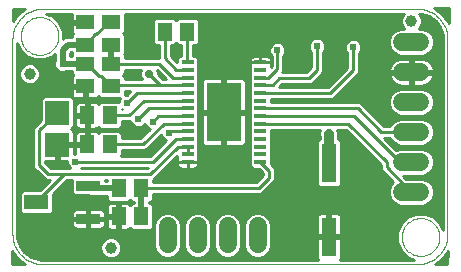
<source format=gtl>
G75*
%MOIN*%
%OFA0B0*%
%FSLAX24Y24*%
%IPPOS*%
%LPD*%
%AMOC8*
5,1,8,0,0,1.08239X$1,22.5*
%
%ADD10C,0.0000*%
%ADD11R,0.0394X0.0138*%
%ADD12R,0.1181X0.1969*%
%ADD13C,0.0600*%
%ADD14R,0.0512X0.0591*%
%ADD15R,0.0591X0.0512*%
%ADD16R,0.0512X0.1299*%
%ADD17R,0.0787X0.0354*%
%ADD18R,0.0787X0.0512*%
%ADD19R,0.0787X0.0787*%
%ADD20C,0.0394*%
%ADD21C,0.0100*%
%ADD22C,0.0240*%
%ADD23C,0.0200*%
%ADD24C,0.0320*%
%ADD25C,0.0320*%
%ADD26C,0.0280*%
%ADD27C,0.0090*%
D10*
X004837Y005930D02*
X017337Y005930D01*
X016807Y006830D02*
X016809Y006880D01*
X016815Y006930D01*
X016825Y006979D01*
X016839Y007027D01*
X016856Y007074D01*
X016877Y007119D01*
X016902Y007163D01*
X016930Y007204D01*
X016962Y007243D01*
X016996Y007280D01*
X017033Y007314D01*
X017073Y007344D01*
X017115Y007371D01*
X017159Y007395D01*
X017205Y007416D01*
X017252Y007432D01*
X017300Y007445D01*
X017350Y007454D01*
X017399Y007459D01*
X017450Y007460D01*
X017500Y007457D01*
X017549Y007450D01*
X017598Y007439D01*
X017646Y007424D01*
X017692Y007406D01*
X017737Y007384D01*
X017780Y007358D01*
X017821Y007329D01*
X017860Y007297D01*
X017896Y007262D01*
X017928Y007224D01*
X017958Y007184D01*
X017985Y007141D01*
X018008Y007097D01*
X018027Y007051D01*
X018043Y007003D01*
X018055Y006954D01*
X018063Y006905D01*
X018067Y006855D01*
X018067Y006805D01*
X018063Y006755D01*
X018055Y006706D01*
X018043Y006657D01*
X018027Y006609D01*
X018008Y006563D01*
X017985Y006519D01*
X017958Y006476D01*
X017928Y006436D01*
X017896Y006398D01*
X017860Y006363D01*
X017821Y006331D01*
X017780Y006302D01*
X017737Y006276D01*
X017692Y006254D01*
X017646Y006236D01*
X017598Y006221D01*
X017549Y006210D01*
X017500Y006203D01*
X017450Y006200D01*
X017399Y006201D01*
X017350Y006206D01*
X017300Y006215D01*
X017252Y006228D01*
X017205Y006244D01*
X017159Y006265D01*
X017115Y006289D01*
X017073Y006316D01*
X017033Y006346D01*
X016996Y006380D01*
X016962Y006417D01*
X016930Y006456D01*
X016902Y006497D01*
X016877Y006541D01*
X016856Y006586D01*
X016839Y006633D01*
X016825Y006681D01*
X016815Y006730D01*
X016809Y006780D01*
X016807Y006830D01*
X017337Y005930D02*
X017397Y005932D01*
X017458Y005937D01*
X017517Y005946D01*
X017576Y005959D01*
X017635Y005975D01*
X017692Y005995D01*
X017747Y006018D01*
X017802Y006045D01*
X017854Y006074D01*
X017905Y006107D01*
X017954Y006143D01*
X018000Y006181D01*
X018044Y006223D01*
X018086Y006267D01*
X018124Y006313D01*
X018160Y006362D01*
X018193Y006413D01*
X018222Y006465D01*
X018249Y006520D01*
X018272Y006575D01*
X018292Y006632D01*
X018308Y006691D01*
X018321Y006750D01*
X018330Y006809D01*
X018335Y006870D01*
X018337Y006930D01*
X018337Y013430D01*
X018335Y013490D01*
X018330Y013551D01*
X018321Y013610D01*
X018308Y013669D01*
X018292Y013728D01*
X018272Y013785D01*
X018249Y013840D01*
X018222Y013895D01*
X018193Y013947D01*
X018160Y013998D01*
X018124Y014047D01*
X018086Y014093D01*
X018044Y014137D01*
X018000Y014179D01*
X017954Y014217D01*
X017905Y014253D01*
X017854Y014286D01*
X017802Y014315D01*
X017747Y014342D01*
X017692Y014365D01*
X017635Y014385D01*
X017576Y014401D01*
X017517Y014414D01*
X017458Y014423D01*
X017397Y014428D01*
X017337Y014430D01*
X004837Y014430D01*
X004107Y013530D02*
X004109Y013580D01*
X004115Y013630D01*
X004125Y013679D01*
X004139Y013727D01*
X004156Y013774D01*
X004177Y013819D01*
X004202Y013863D01*
X004230Y013904D01*
X004262Y013943D01*
X004296Y013980D01*
X004333Y014014D01*
X004373Y014044D01*
X004415Y014071D01*
X004459Y014095D01*
X004505Y014116D01*
X004552Y014132D01*
X004600Y014145D01*
X004650Y014154D01*
X004699Y014159D01*
X004750Y014160D01*
X004800Y014157D01*
X004849Y014150D01*
X004898Y014139D01*
X004946Y014124D01*
X004992Y014106D01*
X005037Y014084D01*
X005080Y014058D01*
X005121Y014029D01*
X005160Y013997D01*
X005196Y013962D01*
X005228Y013924D01*
X005258Y013884D01*
X005285Y013841D01*
X005308Y013797D01*
X005327Y013751D01*
X005343Y013703D01*
X005355Y013654D01*
X005363Y013605D01*
X005367Y013555D01*
X005367Y013505D01*
X005363Y013455D01*
X005355Y013406D01*
X005343Y013357D01*
X005327Y013309D01*
X005308Y013263D01*
X005285Y013219D01*
X005258Y013176D01*
X005228Y013136D01*
X005196Y013098D01*
X005160Y013063D01*
X005121Y013031D01*
X005080Y013002D01*
X005037Y012976D01*
X004992Y012954D01*
X004946Y012936D01*
X004898Y012921D01*
X004849Y012910D01*
X004800Y012903D01*
X004750Y012900D01*
X004699Y012901D01*
X004650Y012906D01*
X004600Y012915D01*
X004552Y012928D01*
X004505Y012944D01*
X004459Y012965D01*
X004415Y012989D01*
X004373Y013016D01*
X004333Y013046D01*
X004296Y013080D01*
X004262Y013117D01*
X004230Y013156D01*
X004202Y013197D01*
X004177Y013241D01*
X004156Y013286D01*
X004139Y013333D01*
X004125Y013381D01*
X004115Y013430D01*
X004109Y013480D01*
X004107Y013530D01*
X003837Y013430D02*
X003837Y006930D01*
X003839Y006870D01*
X003844Y006809D01*
X003853Y006750D01*
X003866Y006691D01*
X003882Y006632D01*
X003902Y006575D01*
X003925Y006520D01*
X003952Y006465D01*
X003981Y006413D01*
X004014Y006362D01*
X004050Y006313D01*
X004088Y006267D01*
X004130Y006223D01*
X004174Y006181D01*
X004220Y006143D01*
X004269Y006107D01*
X004320Y006074D01*
X004372Y006045D01*
X004427Y006018D01*
X004482Y005995D01*
X004539Y005975D01*
X004598Y005959D01*
X004657Y005946D01*
X004716Y005937D01*
X004777Y005932D01*
X004837Y005930D01*
X003837Y013430D02*
X003839Y013490D01*
X003844Y013551D01*
X003853Y013610D01*
X003866Y013669D01*
X003882Y013728D01*
X003902Y013785D01*
X003925Y013840D01*
X003952Y013895D01*
X003981Y013947D01*
X004014Y013998D01*
X004050Y014047D01*
X004088Y014093D01*
X004130Y014137D01*
X004174Y014179D01*
X004220Y014217D01*
X004269Y014253D01*
X004320Y014286D01*
X004372Y014315D01*
X004427Y014342D01*
X004482Y014365D01*
X004539Y014385D01*
X004598Y014401D01*
X004657Y014414D01*
X004716Y014423D01*
X004777Y014428D01*
X004837Y014430D01*
D11*
X009671Y012653D03*
X009671Y012397D03*
X009671Y012142D03*
X009671Y011886D03*
X009671Y011630D03*
X009671Y011374D03*
X009671Y011118D03*
X009671Y010862D03*
X009671Y010606D03*
X009671Y010350D03*
X009671Y010094D03*
X009671Y009838D03*
X009671Y009583D03*
X009671Y009327D03*
X012102Y009327D03*
X012102Y009583D03*
X012102Y009838D03*
X012102Y010094D03*
X012102Y010350D03*
X012102Y010606D03*
X012102Y010862D03*
X012102Y011118D03*
X012102Y011374D03*
X012102Y011630D03*
X012102Y011886D03*
X012102Y012142D03*
X012102Y012397D03*
X012102Y012653D03*
D12*
X010887Y010990D03*
D13*
X011007Y007190D02*
X011007Y006590D01*
X010007Y006590D02*
X010007Y007190D01*
X009007Y007190D02*
X009007Y006590D01*
X012007Y006590D02*
X012007Y007190D01*
X016837Y008330D02*
X017437Y008330D01*
X017437Y009330D02*
X016837Y009330D01*
X016837Y010330D02*
X017437Y010330D01*
X017437Y011330D02*
X016837Y011330D01*
X016837Y012330D02*
X017437Y012330D01*
X017437Y013330D02*
X016837Y013330D01*
D14*
X009661Y013670D03*
X008913Y013670D03*
X007071Y010890D03*
X006323Y010890D03*
X006323Y009920D03*
X007071Y009920D03*
X007379Y008452D03*
X008127Y008452D03*
X008127Y007522D03*
X007379Y007522D03*
D15*
X007127Y011856D03*
X007127Y012604D03*
X007127Y013246D03*
X007127Y013994D03*
X006257Y013994D03*
X006257Y013246D03*
X006257Y012604D03*
X006257Y011856D03*
D16*
X014387Y009300D03*
X014387Y006840D03*
D17*
X006363Y007440D03*
X006363Y008543D03*
D18*
X004630Y007991D03*
D19*
X005328Y009900D03*
X005328Y010976D03*
D20*
X004407Y012270D03*
X007117Y006470D03*
X017137Y014030D03*
D21*
X004257Y005930D02*
X003837Y005930D01*
X003837Y006349D01*
X004013Y006107D01*
X004013Y006107D01*
X004013Y006107D01*
X004257Y005930D01*
X004155Y006003D02*
X003837Y006003D01*
X003837Y006102D02*
X004020Y006102D01*
X003945Y006200D02*
X003837Y006200D01*
X003837Y006299D02*
X003874Y006299D01*
X004114Y006496D02*
X006770Y006496D01*
X006770Y006539D02*
X006770Y006401D01*
X006823Y006274D01*
X006920Y006176D01*
X007048Y006123D01*
X007186Y006123D01*
X007313Y006176D01*
X007411Y006274D01*
X007463Y006401D01*
X007463Y006539D01*
X007411Y006666D01*
X007313Y006764D01*
X007186Y006817D01*
X007048Y006817D01*
X006920Y006764D01*
X006823Y006666D01*
X006770Y006539D01*
X006793Y006594D02*
X004063Y006594D01*
X004079Y006544D02*
X003997Y006797D01*
X003987Y006930D01*
X003987Y013303D01*
X004075Y013088D01*
X004295Y012869D01*
X004582Y012750D01*
X004892Y012750D01*
X005178Y012869D01*
X005257Y012947D01*
X005257Y012702D01*
X005237Y012654D01*
X005237Y012546D01*
X005278Y012447D01*
X005354Y012371D01*
X005453Y012330D01*
X005560Y012330D01*
X005609Y012350D01*
X005811Y012350D01*
X005811Y012286D01*
X005867Y012230D01*
X005841Y012204D01*
X005822Y012170D01*
X005811Y012132D01*
X005811Y011906D01*
X006207Y011906D01*
X006207Y011806D01*
X006307Y011806D01*
X006307Y011450D01*
X006572Y011450D01*
X006610Y011460D01*
X006644Y011480D01*
X006672Y011508D01*
X006686Y011533D01*
X006769Y011450D01*
X007427Y011450D01*
X007387Y011354D01*
X007387Y011335D01*
X006753Y011335D01*
X006697Y011279D01*
X006671Y011305D01*
X006636Y011325D01*
X006598Y011335D01*
X006373Y011335D01*
X006373Y010940D01*
X006273Y010940D01*
X006273Y011335D01*
X006047Y011335D01*
X006009Y011325D01*
X005975Y011305D01*
X005947Y011277D01*
X005927Y011243D01*
X005917Y011205D01*
X005917Y010940D01*
X006273Y010940D01*
X006273Y010840D01*
X006373Y010840D01*
X006373Y010445D01*
X006598Y010445D01*
X006636Y010455D01*
X006671Y010475D01*
X006697Y010501D01*
X006753Y010445D01*
X007389Y010445D01*
X007477Y010533D01*
X007477Y010690D01*
X007768Y010690D01*
X007798Y010617D01*
X007874Y010541D01*
X007973Y010500D01*
X008080Y010500D01*
X008180Y010541D01*
X008245Y010606D01*
X008278Y010527D01*
X008354Y010451D01*
X008411Y010427D01*
X008104Y010120D01*
X007477Y010120D01*
X007477Y010277D01*
X007389Y010365D01*
X006753Y010365D01*
X006697Y010309D01*
X006671Y010335D01*
X006636Y010355D01*
X006598Y010365D01*
X006373Y010365D01*
X006373Y009970D01*
X006273Y009970D01*
X006273Y010365D01*
X006047Y010365D01*
X006009Y010355D01*
X005975Y010335D01*
X005947Y010307D01*
X005927Y010273D01*
X005917Y010235D01*
X005917Y009970D01*
X006273Y009970D01*
X006273Y009870D01*
X005917Y009870D01*
X005917Y009610D01*
X005883Y009610D01*
X005871Y009605D01*
X005871Y009850D01*
X005378Y009850D01*
X005378Y009950D01*
X005871Y009950D01*
X005871Y010313D01*
X005861Y010352D01*
X005841Y010386D01*
X005814Y010414D01*
X005782Y010432D01*
X005784Y010432D01*
X005871Y010520D01*
X005871Y011432D01*
X005784Y011520D01*
X004872Y011520D01*
X004784Y011432D01*
X004784Y010715D01*
X004537Y010468D01*
X004537Y009147D01*
X004654Y009030D01*
X004954Y008730D01*
X005086Y008730D01*
X004753Y008397D01*
X004175Y008397D01*
X004087Y008310D01*
X004087Y007673D01*
X004175Y007586D01*
X005086Y007586D01*
X005174Y007673D01*
X005174Y008252D01*
X005652Y008730D01*
X005819Y008730D01*
X005819Y008303D01*
X005907Y008216D01*
X006371Y008216D01*
X006404Y008202D01*
X006973Y008202D01*
X006973Y008094D01*
X007061Y008007D01*
X007697Y008007D01*
X007753Y008063D01*
X007809Y008007D01*
X007877Y008007D01*
X007877Y007967D01*
X007809Y007967D01*
X007753Y007911D01*
X007727Y007937D01*
X007693Y007957D01*
X007655Y007967D01*
X007429Y007967D01*
X007429Y007572D01*
X007329Y007572D01*
X007329Y007967D01*
X007103Y007967D01*
X007065Y007957D01*
X007031Y007937D01*
X007003Y007909D01*
X006983Y007875D01*
X006973Y007837D01*
X006973Y007572D01*
X007329Y007572D01*
X007329Y007472D01*
X006973Y007472D01*
X006973Y007207D01*
X006983Y007169D01*
X007003Y007134D01*
X007031Y007107D01*
X007065Y007087D01*
X007103Y007077D01*
X007329Y007077D01*
X007329Y007472D01*
X007429Y007472D01*
X007429Y007077D01*
X007655Y007077D01*
X007693Y007087D01*
X007798Y007087D01*
X007809Y007077D02*
X008445Y007077D01*
X008533Y007164D01*
X008533Y007879D01*
X008445Y007967D01*
X008377Y007967D01*
X008377Y008007D01*
X008445Y008007D01*
X008533Y008094D01*
X008533Y008252D01*
X012121Y008252D01*
X012469Y008600D01*
X012587Y008717D01*
X012587Y009125D01*
X012449Y009263D01*
X012449Y010406D01*
X014097Y010406D01*
X014067Y010332D01*
X014067Y010208D01*
X014077Y010184D01*
X014077Y010100D01*
X014069Y010100D01*
X013981Y010012D01*
X013981Y008589D01*
X014069Y008501D01*
X014705Y008501D01*
X014793Y008589D01*
X014793Y010012D01*
X014705Y010100D01*
X014697Y010100D01*
X014697Y010332D01*
X014666Y010406D01*
X014948Y010406D01*
X016107Y009247D01*
X016107Y009077D01*
X016224Y008960D01*
X016527Y008657D01*
X016455Y008585D01*
X016387Y008420D01*
X016387Y008240D01*
X016455Y008075D01*
X016582Y007949D01*
X016747Y007880D01*
X017526Y007880D01*
X017692Y007949D01*
X017818Y008075D01*
X017887Y008240D01*
X017887Y008420D01*
X017818Y008585D01*
X017692Y008711D01*
X017526Y008780D01*
X016969Y008780D01*
X016869Y008880D01*
X017526Y008880D01*
X017692Y008949D01*
X017818Y009075D01*
X017887Y009240D01*
X017887Y009420D01*
X017818Y009585D01*
X017692Y009711D01*
X017526Y009780D01*
X016747Y009780D01*
X016629Y009731D01*
X016229Y010130D01*
X016432Y010130D01*
X016455Y010075D01*
X016582Y009949D01*
X016747Y009880D01*
X017526Y009880D01*
X017692Y009949D01*
X017818Y010075D01*
X017887Y010240D01*
X017887Y010420D01*
X017818Y010585D01*
X017692Y010711D01*
X017526Y010780D01*
X016747Y010780D01*
X016582Y010711D01*
X016455Y010585D01*
X016432Y010530D01*
X016219Y010530D01*
X015547Y011203D01*
X015429Y011320D01*
X012449Y011320D01*
X012449Y011430D01*
X014519Y011430D01*
X014637Y011547D01*
X015397Y012307D01*
X015397Y012978D01*
X015426Y013007D01*
X015467Y013106D01*
X015467Y013214D01*
X015426Y013313D01*
X015350Y013389D01*
X015250Y013430D01*
X015143Y013430D01*
X015044Y013389D01*
X014968Y013313D01*
X014927Y013214D01*
X014927Y013106D01*
X014968Y013007D01*
X014997Y012978D01*
X014997Y012473D01*
X014354Y011830D01*
X012729Y011830D01*
X012819Y011920D01*
X013789Y011920D01*
X013907Y012037D01*
X014187Y012317D01*
X014187Y013008D01*
X014216Y013037D01*
X014257Y013136D01*
X014257Y013244D01*
X014216Y013343D01*
X014140Y013419D01*
X014040Y013460D01*
X013933Y013460D01*
X013834Y013419D01*
X013758Y013343D01*
X013717Y013244D01*
X013717Y013136D01*
X013758Y013037D01*
X013787Y013008D01*
X013787Y012483D01*
X013624Y012320D01*
X012822Y012320D01*
X012862Y012359D01*
X012862Y012873D01*
X012896Y012907D01*
X012937Y013006D01*
X012937Y013114D01*
X012896Y013213D01*
X012820Y013289D01*
X012720Y013330D01*
X012613Y013330D01*
X012514Y013289D01*
X012438Y013213D01*
X012397Y013114D01*
X012397Y013006D01*
X012438Y012907D01*
X012472Y012873D01*
X012472Y012521D01*
X012449Y012498D01*
X012449Y012529D01*
X012441Y012536D01*
X012449Y012565D01*
X012449Y012653D01*
X012102Y012653D01*
X011755Y012653D01*
X011755Y012565D01*
X011763Y012536D01*
X011755Y012529D01*
X011755Y009196D01*
X011843Y009108D01*
X012038Y009108D01*
X012187Y008959D01*
X012187Y008883D01*
X011956Y008652D01*
X008533Y008652D01*
X008533Y008743D01*
X008637Y008847D01*
X009324Y009535D01*
X009324Y009451D01*
X009332Y009444D01*
X009324Y009415D01*
X009324Y009327D01*
X009671Y009327D01*
X009671Y009327D01*
X010018Y009327D01*
X010018Y009415D01*
X010010Y009444D01*
X010018Y009451D01*
X010018Y012784D01*
X009930Y012872D01*
X009861Y012872D01*
X009861Y013225D01*
X009979Y013225D01*
X010067Y013313D01*
X010067Y014027D01*
X009979Y014115D01*
X009343Y014115D01*
X009287Y014059D01*
X009231Y014115D01*
X008595Y014115D01*
X008507Y014027D01*
X008507Y013313D01*
X008595Y013225D01*
X008713Y013225D01*
X008713Y012804D01*
X007572Y012804D01*
X007572Y012922D01*
X007569Y012925D01*
X007572Y012928D01*
X007572Y013564D01*
X007516Y013620D01*
X007572Y013676D01*
X007572Y014280D01*
X016896Y014280D01*
X016843Y014226D01*
X016790Y014099D01*
X016790Y013961D01*
X016843Y013834D01*
X016896Y013780D01*
X016747Y013780D01*
X016582Y013711D01*
X016455Y013585D01*
X016387Y013420D01*
X016387Y013240D01*
X016455Y013075D01*
X016582Y012949D01*
X016747Y012880D01*
X017526Y012880D01*
X017692Y012949D01*
X017818Y013075D01*
X017887Y013240D01*
X017887Y013420D01*
X017818Y013585D01*
X017692Y013711D01*
X017526Y013780D01*
X017377Y013780D01*
X017431Y013834D01*
X017483Y013961D01*
X017483Y014099D01*
X017431Y014226D01*
X017381Y014277D01*
X017470Y014270D01*
X017723Y014187D01*
X017938Y014031D01*
X018094Y013816D01*
X018176Y013563D01*
X018187Y013430D01*
X018187Y007057D01*
X018098Y007272D01*
X017878Y007491D01*
X017592Y007610D01*
X017282Y007610D01*
X016995Y007491D01*
X016775Y007272D01*
X016657Y006985D01*
X016657Y006675D01*
X016775Y006388D01*
X016995Y006169D01*
X017209Y006080D01*
X014745Y006080D01*
X014763Y006098D01*
X014782Y006132D01*
X014793Y006170D01*
X014793Y006790D01*
X014437Y006790D01*
X014437Y006890D01*
X014337Y006890D01*
X014337Y007639D01*
X014111Y007639D01*
X014073Y007629D01*
X014039Y007609D01*
X014011Y007581D01*
X013991Y007547D01*
X013981Y007509D01*
X013981Y006890D01*
X012457Y006890D01*
X012457Y006988D02*
X013981Y006988D01*
X013981Y006890D02*
X014337Y006890D01*
X014437Y006890D01*
X014793Y006890D01*
X016657Y006890D01*
X016658Y006988D02*
X014793Y006988D01*
X014793Y006890D02*
X014793Y007509D01*
X014782Y007547D01*
X014763Y007581D01*
X014735Y007609D01*
X014700Y007629D01*
X014662Y007639D01*
X014437Y007639D01*
X014437Y006890D01*
X014437Y006988D02*
X014337Y006988D01*
X014337Y006890D02*
X014337Y006790D01*
X013981Y006790D01*
X013981Y006170D01*
X013991Y006132D01*
X014011Y006098D01*
X014029Y006080D01*
X004837Y006080D01*
X004704Y006090D01*
X004451Y006173D01*
X004236Y006329D01*
X004079Y006544D01*
X004031Y006693D02*
X006849Y006693D01*
X006986Y006791D02*
X003999Y006791D01*
X003990Y006890D02*
X008557Y006890D01*
X008557Y006988D02*
X003987Y006988D01*
X003987Y007087D02*
X007065Y007087D01*
X006979Y007185D02*
X006885Y007185D01*
X006876Y007171D02*
X006896Y007205D01*
X006906Y007243D01*
X006906Y007402D01*
X006401Y007402D01*
X006401Y007113D01*
X006776Y007113D01*
X006814Y007123D01*
X006849Y007143D01*
X006876Y007171D01*
X006906Y007284D02*
X006973Y007284D01*
X006973Y007382D02*
X006906Y007382D01*
X006906Y007479D02*
X006906Y007637D01*
X006896Y007675D01*
X006876Y007710D01*
X006849Y007738D01*
X006814Y007757D01*
X006776Y007767D01*
X006401Y007767D01*
X006401Y007479D01*
X006324Y007479D01*
X006324Y007402D01*
X005819Y007402D01*
X005819Y007243D01*
X005829Y007205D01*
X005849Y007171D01*
X005877Y007143D01*
X005911Y007123D01*
X005949Y007113D01*
X006324Y007113D01*
X006324Y007402D01*
X006401Y007402D01*
X006401Y007479D01*
X006906Y007479D01*
X006906Y007481D02*
X007329Y007481D01*
X007329Y007579D02*
X007429Y007579D01*
X007429Y007678D02*
X007329Y007678D01*
X007329Y007776D02*
X007429Y007776D01*
X007429Y007875D02*
X007329Y007875D01*
X006983Y007875D02*
X005174Y007875D01*
X005174Y007973D02*
X007877Y007973D01*
X008377Y007973D02*
X016557Y007973D01*
X016458Y008072D02*
X008510Y008072D01*
X008533Y008170D02*
X016416Y008170D01*
X016387Y008269D02*
X012138Y008269D01*
X012237Y008367D02*
X016387Y008367D01*
X016406Y008466D02*
X012335Y008466D01*
X012434Y008564D02*
X014005Y008564D01*
X013981Y008663D02*
X012532Y008663D01*
X012587Y008761D02*
X013981Y008761D01*
X013981Y008860D02*
X012587Y008860D01*
X012587Y008958D02*
X013981Y008958D01*
X013981Y009057D02*
X012587Y009057D01*
X012556Y009155D02*
X013981Y009155D01*
X013981Y009254D02*
X012458Y009254D01*
X012449Y009352D02*
X013981Y009352D01*
X013981Y009451D02*
X012449Y009451D01*
X012449Y009549D02*
X013981Y009549D01*
X013981Y009648D02*
X012449Y009648D01*
X012449Y009746D02*
X013981Y009746D01*
X013981Y009845D02*
X012449Y009845D01*
X012449Y009943D02*
X013981Y009943D01*
X014011Y010042D02*
X012449Y010042D01*
X012449Y010140D02*
X014077Y010140D01*
X014067Y010239D02*
X012449Y010239D01*
X012449Y010337D02*
X014069Y010337D01*
X014694Y010337D02*
X015016Y010337D01*
X015115Y010239D02*
X014697Y010239D01*
X014697Y010140D02*
X015213Y010140D01*
X015312Y010042D02*
X014763Y010042D01*
X014793Y009943D02*
X015410Y009943D01*
X015509Y009845D02*
X014793Y009845D01*
X014793Y009746D02*
X015607Y009746D01*
X015706Y009648D02*
X014793Y009648D01*
X014793Y009549D02*
X015804Y009549D01*
X015903Y009451D02*
X014793Y009451D01*
X014793Y009352D02*
X016001Y009352D01*
X016100Y009254D02*
X014793Y009254D01*
X014793Y009155D02*
X016107Y009155D01*
X016127Y009057D02*
X014793Y009057D01*
X014793Y008958D02*
X016225Y008958D01*
X016324Y008860D02*
X014793Y008860D01*
X014793Y008761D02*
X016422Y008761D01*
X016521Y008663D02*
X014793Y008663D01*
X014768Y008564D02*
X016447Y008564D01*
X016889Y008860D02*
X018187Y008860D01*
X018187Y008958D02*
X017702Y008958D01*
X017800Y009057D02*
X018187Y009057D01*
X018187Y009155D02*
X017851Y009155D01*
X017887Y009254D02*
X018187Y009254D01*
X018187Y009352D02*
X017887Y009352D01*
X017874Y009451D02*
X018187Y009451D01*
X018187Y009549D02*
X017833Y009549D01*
X017755Y009648D02*
X018187Y009648D01*
X018187Y009746D02*
X017607Y009746D01*
X017679Y009943D02*
X018187Y009943D01*
X018187Y009845D02*
X016514Y009845D01*
X016594Y009943D02*
X016416Y009943D01*
X016488Y010042D02*
X016317Y010042D01*
X016137Y010330D02*
X015347Y011120D01*
X012104Y011120D01*
X012102Y011118D01*
X012102Y010862D02*
X012104Y010860D01*
X015217Y010860D01*
X016747Y009330D01*
X017137Y009330D01*
X016666Y009746D02*
X016613Y009746D01*
X016307Y009330D02*
X015030Y010606D01*
X012102Y010606D01*
X011755Y010633D02*
X011627Y010633D01*
X011627Y010731D02*
X011755Y010731D01*
X011755Y010830D02*
X011627Y010830D01*
X011627Y010929D02*
X011755Y010929D01*
X011755Y011027D02*
X010937Y011027D01*
X010937Y011040D02*
X011627Y011040D01*
X011627Y011994D01*
X011617Y012032D01*
X011597Y012066D01*
X011569Y012094D01*
X011535Y012114D01*
X011497Y012124D01*
X010937Y012124D01*
X010937Y011040D01*
X010937Y010940D01*
X011627Y010940D01*
X011627Y009986D01*
X011617Y009948D01*
X011597Y009914D01*
X011569Y009886D01*
X011535Y009866D01*
X011497Y009856D01*
X010937Y009856D01*
X010937Y010940D01*
X010837Y010940D01*
X010837Y009856D01*
X010276Y009856D01*
X010238Y009866D01*
X010204Y009886D01*
X010176Y009914D01*
X010156Y009948D01*
X010146Y009986D01*
X010146Y010940D01*
X010837Y010940D01*
X010837Y011040D01*
X010837Y012124D01*
X010276Y012124D01*
X010238Y012114D01*
X010204Y012094D01*
X010176Y012066D01*
X010156Y012032D01*
X010146Y011994D01*
X010146Y011040D01*
X010837Y011040D01*
X010937Y011040D01*
X010937Y011126D02*
X010837Y011126D01*
X010837Y011224D02*
X010937Y011224D01*
X010937Y011323D02*
X010837Y011323D01*
X010837Y011421D02*
X010937Y011421D01*
X010937Y011520D02*
X010837Y011520D01*
X010837Y011618D02*
X010937Y011618D01*
X010937Y011717D02*
X010837Y011717D01*
X010837Y011815D02*
X010937Y011815D01*
X010937Y011914D02*
X010837Y011914D01*
X010837Y012012D02*
X010937Y012012D01*
X010937Y012111D02*
X010837Y012111D01*
X010232Y012111D02*
X010018Y012111D01*
X010018Y012209D02*
X011755Y012209D01*
X011755Y012111D02*
X011541Y012111D01*
X011622Y012012D02*
X011755Y012012D01*
X011755Y011914D02*
X011627Y011914D01*
X011627Y011815D02*
X011755Y011815D01*
X011755Y011717D02*
X011627Y011717D01*
X011627Y011618D02*
X011755Y011618D01*
X011755Y011520D02*
X011627Y011520D01*
X011627Y011421D02*
X011755Y011421D01*
X011755Y011323D02*
X011627Y011323D01*
X011627Y011224D02*
X011755Y011224D01*
X011755Y011126D02*
X011627Y011126D01*
X011627Y010534D02*
X011755Y010534D01*
X011755Y010436D02*
X011627Y010436D01*
X011627Y010337D02*
X011755Y010337D01*
X011755Y010239D02*
X011627Y010239D01*
X011627Y010140D02*
X011755Y010140D01*
X011755Y010042D02*
X011627Y010042D01*
X011614Y009943D02*
X011755Y009943D01*
X011755Y009845D02*
X010018Y009845D01*
X010018Y009943D02*
X010159Y009943D01*
X010146Y010042D02*
X010018Y010042D01*
X010018Y010140D02*
X010146Y010140D01*
X010146Y010239D02*
X010018Y010239D01*
X010018Y010337D02*
X010146Y010337D01*
X010146Y010436D02*
X010018Y010436D01*
X010018Y010534D02*
X010146Y010534D01*
X010146Y010633D02*
X010018Y010633D01*
X010018Y010731D02*
X010146Y010731D01*
X010146Y010830D02*
X010018Y010830D01*
X010018Y010929D02*
X010146Y010929D01*
X010018Y011027D02*
X010837Y011027D01*
X010837Y010929D02*
X010937Y010929D01*
X010937Y010830D02*
X010837Y010830D01*
X010837Y010731D02*
X010937Y010731D01*
X010937Y010633D02*
X010837Y010633D01*
X010837Y010534D02*
X010937Y010534D01*
X010937Y010436D02*
X010837Y010436D01*
X010837Y010337D02*
X010937Y010337D01*
X010937Y010239D02*
X010837Y010239D01*
X010837Y010140D02*
X010937Y010140D01*
X010937Y010042D02*
X010837Y010042D01*
X010837Y009943D02*
X010937Y009943D01*
X011755Y009746D02*
X010018Y009746D01*
X010018Y009648D02*
X011755Y009648D01*
X011755Y009549D02*
X010018Y009549D01*
X010017Y009451D02*
X011755Y009451D01*
X011755Y009352D02*
X010018Y009352D01*
X010018Y009327D02*
X009671Y009327D01*
X009671Y009327D01*
X009324Y009327D01*
X009324Y009238D01*
X009334Y009200D01*
X009354Y009166D01*
X009382Y009138D01*
X009416Y009118D01*
X009454Y009108D01*
X009671Y009108D01*
X009671Y009327D01*
X009671Y009327D01*
X009671Y009108D01*
X009888Y009108D01*
X009926Y009118D01*
X009960Y009138D01*
X009988Y009166D01*
X010008Y009200D01*
X010018Y009238D01*
X010018Y009327D01*
X010018Y009254D02*
X011755Y009254D01*
X011795Y009155D02*
X009978Y009155D01*
X009671Y009155D02*
X009671Y009155D01*
X009671Y009254D02*
X009671Y009254D01*
X009364Y009155D02*
X008945Y009155D01*
X008846Y009057D02*
X012089Y009057D01*
X012187Y008958D02*
X008748Y008958D01*
X008649Y008860D02*
X012164Y008860D01*
X012065Y008761D02*
X008551Y008761D01*
X008533Y008663D02*
X011967Y008663D01*
X012038Y008452D02*
X012387Y008800D01*
X012387Y009042D01*
X012102Y009327D01*
X012038Y008452D02*
X008127Y008452D01*
X008437Y008930D02*
X005569Y008930D01*
X005037Y008930D01*
X004737Y009230D01*
X004737Y010385D01*
X005328Y010976D01*
X004784Y010929D02*
X003987Y010929D01*
X003987Y011027D02*
X004784Y011027D01*
X004784Y011126D02*
X003987Y011126D01*
X003987Y011224D02*
X004784Y011224D01*
X004784Y011323D02*
X003987Y011323D01*
X003987Y011421D02*
X004784Y011421D01*
X004872Y011520D02*
X003987Y011520D01*
X003987Y011618D02*
X005811Y011618D01*
X005811Y011580D02*
X005822Y011542D01*
X005841Y011508D01*
X005869Y011480D01*
X005903Y011460D01*
X005942Y011450D01*
X006207Y011450D01*
X006207Y011806D01*
X005811Y011806D01*
X005811Y011580D01*
X005835Y011520D02*
X005784Y011520D01*
X005871Y011421D02*
X007415Y011421D01*
X007572Y011557D02*
X007572Y011686D01*
X007759Y011686D01*
X007644Y011570D01*
X007603Y011570D01*
X007572Y011557D01*
X007572Y011618D02*
X007692Y011618D01*
X007986Y011630D02*
X007657Y011300D01*
X007477Y011098D02*
X007477Y011090D01*
X007485Y011090D01*
X007477Y011098D01*
X007737Y010890D02*
X008217Y011370D01*
X009667Y011370D01*
X009671Y011374D01*
X009671Y011630D02*
X007986Y011630D01*
X008151Y012086D02*
X007572Y012086D01*
X007572Y012174D01*
X007516Y012230D01*
X007572Y012286D01*
X007572Y012404D01*
X008132Y012404D01*
X008097Y012318D01*
X008097Y012202D01*
X008141Y012096D01*
X008151Y012086D01*
X008135Y012111D02*
X007572Y012111D01*
X007537Y012209D02*
X008097Y012209D01*
X008097Y012308D02*
X007572Y012308D01*
X007127Y012604D02*
X008713Y012604D01*
X009177Y012140D01*
X009670Y012140D01*
X009671Y012142D01*
X009671Y012397D02*
X009669Y012400D01*
X009297Y012400D01*
X008913Y012784D01*
X008913Y013670D01*
X008507Y013687D02*
X007572Y013687D01*
X007572Y013785D02*
X008507Y013785D01*
X008507Y013884D02*
X007572Y013884D01*
X007572Y013982D02*
X008507Y013982D01*
X008560Y014081D02*
X007572Y014081D01*
X007572Y014179D02*
X016823Y014179D01*
X016790Y014081D02*
X010013Y014081D01*
X010067Y013982D02*
X016790Y013982D01*
X016822Y013884D02*
X010067Y013884D01*
X010067Y013785D02*
X016891Y013785D01*
X016557Y013687D02*
X010067Y013687D01*
X010067Y013588D02*
X016458Y013588D01*
X016416Y013490D02*
X010067Y013490D01*
X010067Y013391D02*
X013806Y013391D01*
X013737Y013293D02*
X012811Y013293D01*
X012903Y013194D02*
X013717Y013194D01*
X013734Y013096D02*
X012937Y013096D01*
X012933Y012997D02*
X013787Y012997D01*
X013787Y012899D02*
X012887Y012899D01*
X012862Y012800D02*
X013787Y012800D01*
X013787Y012702D02*
X012862Y012702D01*
X012862Y012603D02*
X013787Y012603D01*
X013787Y012505D02*
X012862Y012505D01*
X012862Y012406D02*
X013710Y012406D01*
X013987Y012400D02*
X013707Y012120D01*
X012737Y012120D01*
X012507Y011890D01*
X012107Y011890D01*
X012102Y011886D01*
X012102Y011630D02*
X014437Y011630D01*
X015197Y012390D01*
X015197Y013160D01*
X015434Y013293D02*
X016387Y013293D01*
X016387Y013391D02*
X015344Y013391D01*
X015467Y013194D02*
X016406Y013194D01*
X016447Y013096D02*
X015462Y013096D01*
X015415Y012997D02*
X016533Y012997D01*
X016702Y012899D02*
X015397Y012899D01*
X015397Y012800D02*
X018187Y012800D01*
X018187Y012702D02*
X017691Y012702D01*
X017672Y012715D02*
X017609Y012747D01*
X017542Y012769D01*
X017472Y012780D01*
X017187Y012780D01*
X017187Y012380D01*
X017884Y012380D01*
X017876Y012435D01*
X017854Y012503D01*
X017822Y012566D01*
X017780Y012623D01*
X017730Y012673D01*
X017672Y012715D01*
X017795Y012603D02*
X018187Y012603D01*
X018187Y012505D02*
X017853Y012505D01*
X017880Y012406D02*
X018187Y012406D01*
X018187Y012308D02*
X017187Y012308D01*
X017187Y012280D02*
X017187Y012380D01*
X017087Y012380D01*
X017087Y012780D01*
X016801Y012780D01*
X016731Y012769D01*
X016664Y012747D01*
X016601Y012715D01*
X016543Y012673D01*
X016493Y012623D01*
X016452Y012566D01*
X016420Y012503D01*
X016398Y012435D01*
X016389Y012380D01*
X017087Y012380D01*
X017087Y012280D01*
X017187Y012280D01*
X017884Y012280D01*
X017876Y012225D01*
X017854Y012157D01*
X017822Y012094D01*
X017780Y012037D01*
X017730Y011987D01*
X017672Y011945D01*
X017609Y011913D01*
X017542Y011891D01*
X017472Y011880D01*
X017187Y011880D01*
X017187Y012280D01*
X017187Y012209D02*
X017087Y012209D01*
X017087Y012280D02*
X017087Y011880D01*
X016801Y011880D01*
X016731Y011891D01*
X016664Y011913D01*
X016601Y011945D01*
X016543Y011987D01*
X016493Y012037D01*
X016452Y012094D01*
X016420Y012157D01*
X016398Y012225D01*
X016389Y012280D01*
X017087Y012280D01*
X017087Y012308D02*
X015397Y012308D01*
X015397Y012406D02*
X016393Y012406D01*
X016421Y012505D02*
X015397Y012505D01*
X015397Y012603D02*
X016479Y012603D01*
X016582Y012702D02*
X015397Y012702D01*
X014997Y012702D02*
X014187Y012702D01*
X014187Y012800D02*
X014997Y012800D01*
X014997Y012899D02*
X014187Y012899D01*
X014187Y012997D02*
X014978Y012997D01*
X014931Y013096D02*
X014240Y013096D01*
X014257Y013194D02*
X014927Y013194D01*
X014959Y013293D02*
X014236Y013293D01*
X014167Y013391D02*
X015049Y013391D01*
X014997Y012603D02*
X014187Y012603D01*
X014187Y012505D02*
X014997Y012505D01*
X014930Y012406D02*
X014187Y012406D01*
X014177Y012308D02*
X014831Y012308D01*
X014733Y012209D02*
X014078Y012209D01*
X013980Y012111D02*
X014634Y012111D01*
X014536Y012012D02*
X013881Y012012D01*
X013987Y012400D02*
X013987Y013190D01*
X015101Y012012D02*
X016518Y012012D01*
X016443Y012111D02*
X015200Y012111D01*
X015298Y012209D02*
X016403Y012209D01*
X016663Y011914D02*
X015003Y011914D01*
X014904Y011815D02*
X018187Y011815D01*
X018187Y011717D02*
X017679Y011717D01*
X017692Y011711D02*
X017526Y011780D01*
X016747Y011780D01*
X016582Y011711D01*
X016455Y011585D01*
X016387Y011420D01*
X016387Y011240D01*
X016455Y011075D01*
X016582Y010949D01*
X016747Y010880D01*
X017526Y010880D01*
X017692Y010949D01*
X017818Y011075D01*
X017887Y011240D01*
X017887Y011420D01*
X017818Y011585D01*
X017692Y011711D01*
X017785Y011618D02*
X018187Y011618D01*
X018187Y011520D02*
X017845Y011520D01*
X017886Y011421D02*
X018187Y011421D01*
X018187Y011323D02*
X017887Y011323D01*
X017880Y011224D02*
X018187Y011224D01*
X018187Y011126D02*
X017839Y011126D01*
X017770Y011027D02*
X018187Y011027D01*
X018187Y010929D02*
X017643Y010929D01*
X017643Y010731D02*
X018187Y010731D01*
X018187Y010633D02*
X017770Y010633D01*
X017839Y010534D02*
X018187Y010534D01*
X018187Y010436D02*
X017880Y010436D01*
X017887Y010337D02*
X018187Y010337D01*
X018187Y010239D02*
X017886Y010239D01*
X017845Y010140D02*
X018187Y010140D01*
X018187Y010042D02*
X017785Y010042D01*
X017137Y010330D02*
X016137Y010330D01*
X016215Y010534D02*
X016434Y010534D01*
X016503Y010633D02*
X016116Y010633D01*
X016018Y010731D02*
X016630Y010731D01*
X016630Y010929D02*
X015821Y010929D01*
X015722Y011027D02*
X016503Y011027D01*
X016434Y011126D02*
X015624Y011126D01*
X015525Y011224D02*
X016393Y011224D01*
X016387Y011323D02*
X012449Y011323D01*
X012449Y011421D02*
X016387Y011421D01*
X016428Y011520D02*
X014609Y011520D01*
X014707Y011618D02*
X016488Y011618D01*
X016594Y011717D02*
X014806Y011717D01*
X014437Y011914D02*
X012813Y011914D01*
X012455Y012505D02*
X012449Y012505D01*
X012449Y012603D02*
X012472Y012603D01*
X012449Y012653D02*
X012449Y012742D01*
X012439Y012780D01*
X012419Y012814D01*
X012391Y012842D01*
X012357Y012862D01*
X012319Y012872D01*
X012102Y012872D01*
X011886Y012872D01*
X011847Y012862D01*
X011813Y012842D01*
X011785Y012814D01*
X011766Y012780D01*
X011755Y012742D01*
X011755Y012653D01*
X012102Y012653D01*
X012102Y012653D01*
X012102Y012653D01*
X012102Y012872D01*
X012102Y012653D01*
X012102Y012653D01*
X012449Y012653D01*
X012449Y012702D02*
X012472Y012702D01*
X012472Y012800D02*
X012427Y012800D01*
X012446Y012899D02*
X009861Y012899D01*
X009861Y012997D02*
X012400Y012997D01*
X012397Y013096D02*
X009861Y013096D01*
X009861Y013194D02*
X012430Y013194D01*
X012522Y013293D02*
X010046Y013293D01*
X009661Y013670D02*
X009661Y012664D01*
X009671Y012653D01*
X009461Y012872D02*
X009412Y012872D01*
X009324Y012784D01*
X009324Y012655D01*
X009113Y012867D01*
X009113Y013225D01*
X009231Y013225D01*
X009287Y013281D01*
X009343Y013225D01*
X009461Y013225D01*
X009461Y012872D01*
X009461Y012899D02*
X009113Y012899D01*
X009113Y012997D02*
X009461Y012997D01*
X009461Y013096D02*
X009113Y013096D01*
X009113Y013194D02*
X009461Y013194D01*
X009340Y012800D02*
X009179Y012800D01*
X009278Y012702D02*
X009324Y012702D01*
X008713Y012899D02*
X007572Y012899D01*
X007572Y012997D02*
X008713Y012997D01*
X008713Y013096D02*
X007572Y013096D01*
X007572Y013194D02*
X008713Y013194D01*
X008527Y013293D02*
X007572Y013293D01*
X007572Y013391D02*
X008507Y013391D01*
X008507Y013490D02*
X007572Y013490D01*
X007548Y013588D02*
X008507Y013588D01*
X009265Y014081D02*
X009308Y014081D01*
X010002Y012800D02*
X011777Y012800D01*
X011755Y012702D02*
X010018Y012702D01*
X010018Y012603D02*
X011755Y012603D01*
X011755Y012505D02*
X010018Y012505D01*
X010018Y012406D02*
X011755Y012406D01*
X011755Y012308D02*
X010018Y012308D01*
X010018Y012012D02*
X010151Y012012D01*
X010146Y011914D02*
X010018Y011914D01*
X010018Y011815D02*
X010146Y011815D01*
X010146Y011717D02*
X010018Y011717D01*
X010018Y011618D02*
X010146Y011618D01*
X010146Y011520D02*
X010018Y011520D01*
X010018Y011421D02*
X010146Y011421D01*
X010146Y011323D02*
X010018Y011323D01*
X010018Y011224D02*
X010146Y011224D01*
X010146Y011126D02*
X010018Y011126D01*
X009671Y011118D02*
X008375Y011118D01*
X008027Y010770D01*
X007791Y010633D02*
X007477Y010633D01*
X007477Y010534D02*
X007890Y010534D01*
X008164Y010534D02*
X008275Y010534D01*
X008390Y010436D02*
X005787Y010436D01*
X005865Y010337D02*
X005978Y010337D01*
X005918Y010239D02*
X005871Y010239D01*
X005871Y010140D02*
X005917Y010140D01*
X005917Y010042D02*
X005871Y010042D01*
X005871Y009845D02*
X005917Y009845D01*
X005917Y009746D02*
X005871Y009746D01*
X005871Y009648D02*
X005917Y009648D01*
X006273Y009943D02*
X005378Y009943D01*
X005378Y009850D02*
X005378Y009356D01*
X005667Y009356D01*
X005667Y009286D01*
X005708Y009187D01*
X005765Y009130D01*
X005119Y009130D01*
X004937Y009313D01*
X004937Y009356D01*
X005278Y009356D01*
X005278Y009850D01*
X005378Y009850D01*
X005378Y009845D02*
X005278Y009845D01*
X005278Y009746D02*
X005378Y009746D01*
X005378Y009648D02*
X005278Y009648D01*
X005278Y009549D02*
X005378Y009549D01*
X005378Y009451D02*
X005278Y009451D01*
X004995Y009254D02*
X005680Y009254D01*
X005667Y009352D02*
X004937Y009352D01*
X005094Y009155D02*
X005739Y009155D01*
X005937Y009340D02*
X008517Y009340D01*
X009271Y010094D01*
X009671Y010094D01*
X009671Y009838D02*
X009345Y009838D01*
X008437Y008930D01*
X008354Y009130D02*
X006108Y009130D01*
X006118Y009140D01*
X008364Y009140D01*
X008354Y009130D01*
X008434Y009540D02*
X007454Y009540D01*
X007477Y009563D01*
X007477Y009720D01*
X008269Y009720D01*
X008797Y010247D01*
X008797Y010246D01*
X008838Y010147D01*
X008914Y010071D01*
X008950Y010056D01*
X008434Y009540D01*
X008443Y009549D02*
X007463Y009549D01*
X007477Y009648D02*
X008542Y009648D01*
X008640Y009746D02*
X008296Y009746D01*
X008394Y009845D02*
X008739Y009845D01*
X008837Y009943D02*
X008493Y009943D01*
X008591Y010042D02*
X008936Y010042D01*
X008844Y010140D02*
X008690Y010140D01*
X008788Y010239D02*
X008800Y010239D01*
X009067Y010300D02*
X009117Y010350D01*
X009671Y010350D01*
X009671Y010606D02*
X009667Y010610D01*
X008877Y010610D01*
X008187Y009920D01*
X007071Y009920D01*
X007477Y010140D02*
X008124Y010140D01*
X008223Y010239D02*
X007477Y010239D01*
X007416Y010337D02*
X008321Y010337D01*
X008507Y010680D02*
X008689Y010862D01*
X009671Y010862D01*
X009671Y009838D02*
X009671Y009583D01*
X009325Y009451D02*
X009240Y009451D01*
X009324Y009352D02*
X009142Y009352D01*
X009043Y009254D02*
X009324Y009254D01*
X008533Y007875D02*
X018187Y007875D01*
X018187Y007973D02*
X017717Y007973D01*
X017815Y008072D02*
X018187Y008072D01*
X018187Y008170D02*
X017858Y008170D01*
X017887Y008269D02*
X018187Y008269D01*
X018187Y008367D02*
X017887Y008367D01*
X017867Y008466D02*
X018187Y008466D01*
X018187Y008564D02*
X017827Y008564D01*
X017740Y008663D02*
X018187Y008663D01*
X018187Y008761D02*
X017571Y008761D01*
X017137Y008330D02*
X016307Y009160D01*
X016307Y009330D01*
X015919Y010830D02*
X018187Y010830D01*
X018187Y011914D02*
X017610Y011914D01*
X017755Y012012D02*
X018187Y012012D01*
X018187Y012111D02*
X017830Y012111D01*
X017870Y012209D02*
X018187Y012209D01*
X018187Y012899D02*
X017571Y012899D01*
X017740Y012997D02*
X018187Y012997D01*
X018187Y013096D02*
X017827Y013096D01*
X017867Y013194D02*
X018187Y013194D01*
X018187Y013293D02*
X017887Y013293D01*
X017887Y013391D02*
X018187Y013391D01*
X018182Y013490D02*
X017858Y013490D01*
X017815Y013588D02*
X018168Y013588D01*
X018136Y013687D02*
X017717Y013687D01*
X017451Y013884D02*
X018045Y013884D01*
X018104Y013785D02*
X017382Y013785D01*
X017483Y013982D02*
X017973Y013982D01*
X017870Y014081D02*
X017483Y014081D01*
X017450Y014179D02*
X017734Y014179D01*
X017877Y014459D02*
X018377Y014460D01*
X018374Y013958D01*
X018374Y013959D01*
X018160Y014253D01*
X018160Y014253D01*
X017877Y014459D01*
X017991Y014376D02*
X018376Y014376D01*
X018376Y014278D02*
X018127Y014278D01*
X018214Y014179D02*
X018375Y014179D01*
X018375Y014081D02*
X018285Y014081D01*
X018357Y013982D02*
X018374Y013982D01*
X016894Y014278D02*
X007572Y014278D01*
X007127Y013994D02*
X007041Y013994D01*
X006637Y013590D01*
X006601Y013590D01*
X006257Y013246D01*
X006379Y013246D01*
X005867Y013620D02*
X005811Y013564D01*
X005811Y013496D01*
X005623Y013496D01*
X005531Y013458D01*
X005517Y013443D01*
X005517Y013685D01*
X005398Y013972D01*
X005178Y014191D01*
X004964Y014280D01*
X005814Y014280D01*
X005811Y014270D01*
X005811Y014044D01*
X006207Y014044D01*
X006207Y013944D01*
X005811Y013944D01*
X005811Y013718D01*
X005822Y013680D01*
X005841Y013646D01*
X005867Y013620D01*
X005835Y013588D02*
X005517Y013588D01*
X005517Y013490D02*
X005607Y013490D01*
X005516Y013687D02*
X005820Y013687D01*
X005811Y013785D02*
X005475Y013785D01*
X005434Y013884D02*
X005811Y013884D01*
X005811Y014081D02*
X005289Y014081D01*
X005191Y014179D02*
X005811Y014179D01*
X005813Y014278D02*
X004970Y014278D01*
X005388Y013982D02*
X006207Y013982D01*
X005811Y012996D02*
X005776Y012996D01*
X005757Y012976D01*
X005757Y012850D01*
X005811Y012850D01*
X005811Y012922D01*
X005814Y012925D01*
X005811Y012928D01*
X005811Y012996D01*
X005811Y012899D02*
X005757Y012899D01*
X005257Y012899D02*
X005208Y012899D01*
X005257Y012800D02*
X005012Y012800D01*
X005256Y012702D02*
X003987Y012702D01*
X003987Y012800D02*
X004461Y012800D01*
X004476Y012617D02*
X004338Y012617D01*
X004210Y012564D01*
X004113Y012466D01*
X004060Y012339D01*
X004060Y012201D01*
X004113Y012074D01*
X004210Y011976D01*
X004338Y011923D01*
X004476Y011923D01*
X004603Y011976D01*
X004701Y012074D01*
X004753Y012201D01*
X004753Y012339D01*
X004701Y012466D01*
X004603Y012564D01*
X004476Y012617D01*
X004509Y012603D02*
X005237Y012603D01*
X005254Y012505D02*
X004663Y012505D01*
X004726Y012406D02*
X005319Y012406D01*
X005811Y012308D02*
X004753Y012308D01*
X004753Y012209D02*
X005846Y012209D01*
X005811Y012111D02*
X004716Y012111D01*
X004639Y012012D02*
X005811Y012012D01*
X005811Y011914D02*
X003987Y011914D01*
X003987Y012012D02*
X004174Y012012D01*
X004097Y012111D02*
X003987Y012111D01*
X003987Y012209D02*
X004060Y012209D01*
X004060Y012308D02*
X003987Y012308D01*
X003987Y012406D02*
X004088Y012406D01*
X004151Y012505D02*
X003987Y012505D01*
X003987Y012603D02*
X004304Y012603D01*
X004265Y012899D02*
X003987Y012899D01*
X003987Y012997D02*
X004167Y012997D01*
X004072Y013096D02*
X003987Y013096D01*
X003987Y013194D02*
X004032Y013194D01*
X003991Y013293D02*
X003987Y013293D01*
X003846Y014023D02*
X003847Y014430D01*
X004258Y014431D01*
X004013Y014253D01*
X003846Y014023D01*
X003846Y014081D02*
X003888Y014081D01*
X003846Y014179D02*
X003959Y014179D01*
X004013Y014253D02*
X004013Y014253D01*
X004013Y014253D01*
X004047Y014278D02*
X003846Y014278D01*
X003847Y014376D02*
X004182Y014376D01*
X006253Y012600D02*
X006257Y012604D01*
X006313Y012604D01*
X006707Y012210D01*
X006773Y012210D01*
X007127Y011856D01*
X007156Y011886D01*
X008761Y011886D01*
X008847Y011886D01*
X009671Y011886D01*
X008948Y012086D02*
X008649Y012385D01*
X008677Y012318D01*
X008677Y012253D01*
X008844Y012086D01*
X008948Y012086D01*
X008923Y012111D02*
X008819Y012111D01*
X008825Y012209D02*
X008720Y012209D01*
X008726Y012308D02*
X008677Y012308D01*
X008387Y012260D02*
X008761Y011886D01*
X007737Y010890D02*
X007071Y010890D01*
X006740Y011323D02*
X006641Y011323D01*
X006679Y011520D02*
X006700Y011520D01*
X006373Y011323D02*
X006273Y011323D01*
X006273Y011224D02*
X006373Y011224D01*
X006373Y011126D02*
X006273Y011126D01*
X006273Y011027D02*
X006373Y011027D01*
X006273Y010929D02*
X005871Y010929D01*
X005871Y011027D02*
X005917Y011027D01*
X005917Y011126D02*
X005871Y011126D01*
X005871Y011224D02*
X005922Y011224D01*
X005871Y011323D02*
X006004Y011323D01*
X006207Y011520D02*
X006307Y011520D01*
X006307Y011618D02*
X006207Y011618D01*
X006207Y011717D02*
X006307Y011717D01*
X006207Y011815D02*
X003987Y011815D01*
X003987Y011717D02*
X005811Y011717D01*
X005917Y010840D02*
X005917Y010575D01*
X005927Y010537D01*
X005947Y010503D01*
X005975Y010475D01*
X006009Y010455D01*
X006047Y010445D01*
X006273Y010445D01*
X006273Y010840D01*
X005917Y010840D01*
X005917Y010830D02*
X005871Y010830D01*
X005871Y010731D02*
X005917Y010731D01*
X005917Y010633D02*
X005871Y010633D01*
X005871Y010534D02*
X005928Y010534D01*
X006273Y010534D02*
X006373Y010534D01*
X006373Y010633D02*
X006273Y010633D01*
X006273Y010731D02*
X006373Y010731D01*
X006373Y010830D02*
X006273Y010830D01*
X006273Y010337D02*
X006373Y010337D01*
X006373Y010239D02*
X006273Y010239D01*
X006273Y010140D02*
X006373Y010140D01*
X006373Y010042D02*
X006273Y010042D01*
X006667Y010337D02*
X006725Y010337D01*
X005569Y008930D02*
X004630Y007991D01*
X005174Y008072D02*
X006995Y008072D01*
X006973Y008170D02*
X005174Y008170D01*
X005191Y008269D02*
X005853Y008269D01*
X005819Y008367D02*
X005289Y008367D01*
X005388Y008466D02*
X005819Y008466D01*
X005819Y008564D02*
X005486Y008564D01*
X005585Y008663D02*
X005819Y008663D01*
X006363Y008543D02*
X006454Y008452D01*
X006906Y008702D02*
X006906Y008730D01*
X006973Y008730D01*
X006973Y008702D01*
X006906Y008702D01*
X006973Y007776D02*
X005174Y007776D01*
X005174Y007678D02*
X005831Y007678D01*
X005829Y007675D02*
X005819Y007637D01*
X005819Y007479D01*
X006324Y007479D01*
X006324Y007767D01*
X005949Y007767D01*
X005911Y007757D01*
X005877Y007738D01*
X005849Y007710D01*
X005829Y007675D01*
X005819Y007579D02*
X003987Y007579D01*
X003987Y007481D02*
X005819Y007481D01*
X005819Y007382D02*
X003987Y007382D01*
X003987Y007284D02*
X005819Y007284D01*
X005841Y007185D02*
X003987Y007185D01*
X003987Y007678D02*
X004087Y007678D01*
X004087Y007776D02*
X003987Y007776D01*
X003987Y007875D02*
X004087Y007875D01*
X004087Y007973D02*
X003987Y007973D01*
X003987Y008072D02*
X004087Y008072D01*
X004087Y008170D02*
X003987Y008170D01*
X003987Y008269D02*
X004087Y008269D01*
X004145Y008367D02*
X003987Y008367D01*
X003987Y008466D02*
X004822Y008466D01*
X004921Y008564D02*
X003987Y008564D01*
X003987Y008663D02*
X005019Y008663D01*
X004922Y008761D02*
X003987Y008761D01*
X003987Y008860D02*
X004824Y008860D01*
X004725Y008958D02*
X003987Y008958D01*
X003987Y009057D02*
X004627Y009057D01*
X004654Y009030D02*
X004654Y009030D01*
X004537Y009155D02*
X003987Y009155D01*
X003987Y009254D02*
X004537Y009254D01*
X004537Y009352D02*
X003987Y009352D01*
X003987Y009451D02*
X004537Y009451D01*
X004537Y009549D02*
X003987Y009549D01*
X003987Y009648D02*
X004537Y009648D01*
X004537Y009746D02*
X003987Y009746D01*
X003987Y009845D02*
X004537Y009845D01*
X004537Y009943D02*
X003987Y009943D01*
X003987Y010042D02*
X004537Y010042D01*
X004537Y010140D02*
X003987Y010140D01*
X003987Y010239D02*
X004537Y010239D01*
X004537Y010337D02*
X003987Y010337D01*
X003987Y010436D02*
X004537Y010436D01*
X004603Y010534D02*
X003987Y010534D01*
X003987Y010633D02*
X004702Y010633D01*
X004784Y010731D02*
X003987Y010731D01*
X003987Y010830D02*
X004784Y010830D01*
X007005Y011856D02*
X007127Y011856D01*
X008533Y007776D02*
X018187Y007776D01*
X018187Y007678D02*
X008533Y007678D01*
X008533Y007579D02*
X008771Y007579D01*
X008752Y007571D02*
X008625Y007445D01*
X008557Y007280D01*
X008557Y006500D01*
X008625Y006335D01*
X008752Y006209D01*
X008917Y006140D01*
X009096Y006140D01*
X009262Y006209D01*
X009388Y006335D01*
X009457Y006500D01*
X009457Y007280D01*
X009388Y007445D01*
X009262Y007571D01*
X009096Y007640D01*
X008917Y007640D01*
X008752Y007571D01*
X008661Y007481D02*
X008533Y007481D01*
X008533Y007382D02*
X008599Y007382D01*
X008558Y007284D02*
X008533Y007284D01*
X008533Y007185D02*
X008557Y007185D01*
X008557Y007087D02*
X008455Y007087D01*
X008557Y006791D02*
X007247Y006791D01*
X007384Y006693D02*
X008557Y006693D01*
X008557Y006594D02*
X007441Y006594D01*
X007463Y006496D02*
X008559Y006496D01*
X008599Y006397D02*
X007462Y006397D01*
X007421Y006299D02*
X008661Y006299D01*
X008771Y006200D02*
X007338Y006200D01*
X006896Y006200D02*
X004412Y006200D01*
X004277Y006299D02*
X006812Y006299D01*
X006771Y006397D02*
X004186Y006397D01*
X004668Y006102D02*
X014008Y006102D01*
X013981Y006200D02*
X012242Y006200D01*
X012262Y006209D02*
X012388Y006335D01*
X012457Y006500D01*
X012457Y007280D01*
X012388Y007445D01*
X012262Y007571D01*
X012096Y007640D01*
X011917Y007640D01*
X011752Y007571D01*
X011625Y007445D01*
X011557Y007280D01*
X011557Y006500D01*
X011625Y006335D01*
X011752Y006209D01*
X011917Y006140D01*
X012096Y006140D01*
X012262Y006209D01*
X012352Y006299D02*
X013981Y006299D01*
X013981Y006397D02*
X012414Y006397D01*
X012455Y006496D02*
X013981Y006496D01*
X013981Y006594D02*
X012457Y006594D01*
X012457Y006693D02*
X013981Y006693D01*
X014337Y006791D02*
X012457Y006791D01*
X012457Y007087D02*
X013981Y007087D01*
X013981Y007185D02*
X012457Y007185D01*
X012455Y007284D02*
X013981Y007284D01*
X013981Y007382D02*
X012414Y007382D01*
X012352Y007481D02*
X013981Y007481D01*
X014010Y007579D02*
X012242Y007579D01*
X011771Y007579D02*
X011242Y007579D01*
X011262Y007571D02*
X011096Y007640D01*
X010917Y007640D01*
X010752Y007571D01*
X010625Y007445D01*
X010557Y007280D01*
X010557Y006500D01*
X010625Y006335D01*
X010752Y006209D01*
X010917Y006140D01*
X011096Y006140D01*
X011262Y006209D01*
X011388Y006335D01*
X011457Y006500D01*
X011457Y007280D01*
X011388Y007445D01*
X011262Y007571D01*
X011352Y007481D02*
X011661Y007481D01*
X011599Y007382D02*
X011414Y007382D01*
X011455Y007284D02*
X011558Y007284D01*
X011557Y007185D02*
X011457Y007185D01*
X011457Y007087D02*
X011557Y007087D01*
X011557Y006988D02*
X011457Y006988D01*
X011457Y006890D02*
X011557Y006890D01*
X011557Y006791D02*
X011457Y006791D01*
X011457Y006693D02*
X011557Y006693D01*
X011557Y006594D02*
X011457Y006594D01*
X011455Y006496D02*
X011559Y006496D01*
X011599Y006397D02*
X011414Y006397D01*
X011352Y006299D02*
X011661Y006299D01*
X011771Y006200D02*
X011242Y006200D01*
X010771Y006200D02*
X010242Y006200D01*
X010262Y006209D02*
X010388Y006335D01*
X010457Y006500D01*
X010457Y007280D01*
X010388Y007445D01*
X010262Y007571D01*
X010096Y007640D01*
X009917Y007640D01*
X009752Y007571D01*
X009625Y007445D01*
X009557Y007280D01*
X009557Y006500D01*
X009625Y006335D01*
X009752Y006209D01*
X009917Y006140D01*
X010096Y006140D01*
X010262Y006209D01*
X010352Y006299D02*
X010661Y006299D01*
X010599Y006397D02*
X010414Y006397D01*
X010455Y006496D02*
X010559Y006496D01*
X010557Y006594D02*
X010457Y006594D01*
X010457Y006693D02*
X010557Y006693D01*
X010557Y006791D02*
X010457Y006791D01*
X010457Y006890D02*
X010557Y006890D01*
X010557Y006988D02*
X010457Y006988D01*
X010457Y007087D02*
X010557Y007087D01*
X010557Y007185D02*
X010457Y007185D01*
X010455Y007284D02*
X010558Y007284D01*
X010599Y007382D02*
X010414Y007382D01*
X010352Y007481D02*
X010661Y007481D01*
X010771Y007579D02*
X010242Y007579D01*
X009771Y007579D02*
X009242Y007579D01*
X009352Y007481D02*
X009661Y007481D01*
X009599Y007382D02*
X009414Y007382D01*
X009455Y007284D02*
X009558Y007284D01*
X009557Y007185D02*
X009457Y007185D01*
X009457Y007087D02*
X009557Y007087D01*
X009557Y006988D02*
X009457Y006988D01*
X009457Y006890D02*
X009557Y006890D01*
X009557Y006791D02*
X009457Y006791D01*
X009457Y006693D02*
X009557Y006693D01*
X009557Y006594D02*
X009457Y006594D01*
X009455Y006496D02*
X009559Y006496D01*
X009599Y006397D02*
X009414Y006397D01*
X009352Y006299D02*
X009661Y006299D01*
X009771Y006200D02*
X009242Y006200D01*
X007809Y007077D02*
X007753Y007133D01*
X007727Y007107D01*
X007693Y007087D01*
X007429Y007087D02*
X007329Y007087D01*
X007329Y007185D02*
X007429Y007185D01*
X007429Y007284D02*
X007329Y007284D01*
X007329Y007382D02*
X007429Y007382D01*
X006973Y007579D02*
X006906Y007579D01*
X006895Y007678D02*
X006973Y007678D01*
X006401Y007678D02*
X006324Y007678D01*
X006324Y007579D02*
X006401Y007579D01*
X006401Y007481D02*
X006324Y007481D01*
X006324Y007382D02*
X006401Y007382D01*
X006401Y007284D02*
X006324Y007284D01*
X006324Y007185D02*
X006401Y007185D01*
X012102Y011630D02*
X012102Y011630D01*
X012102Y012702D02*
X012102Y012702D01*
X012102Y012800D02*
X012102Y012800D01*
X017087Y012702D02*
X017187Y012702D01*
X017187Y012603D02*
X017087Y012603D01*
X017087Y012505D02*
X017187Y012505D01*
X017187Y012406D02*
X017087Y012406D01*
X017087Y012111D02*
X017187Y012111D01*
X017187Y012012D02*
X017087Y012012D01*
X017087Y011914D02*
X017187Y011914D01*
X017208Y007579D02*
X014764Y007579D01*
X014793Y007481D02*
X016985Y007481D01*
X016886Y007382D02*
X014793Y007382D01*
X014793Y007284D02*
X016788Y007284D01*
X016740Y007185D02*
X014793Y007185D01*
X014793Y007087D02*
X016699Y007087D01*
X016657Y006791D02*
X014437Y006791D01*
X014437Y007087D02*
X014337Y007087D01*
X014337Y007185D02*
X014437Y007185D01*
X014437Y007284D02*
X014337Y007284D01*
X014337Y007382D02*
X014437Y007382D01*
X014437Y007481D02*
X014337Y007481D01*
X014337Y007579D02*
X014437Y007579D01*
X014793Y006693D02*
X016657Y006693D01*
X016690Y006594D02*
X014793Y006594D01*
X014793Y006496D02*
X016731Y006496D01*
X016772Y006397D02*
X014793Y006397D01*
X014793Y006299D02*
X016865Y006299D01*
X016963Y006200D02*
X014793Y006200D01*
X014765Y006102D02*
X017156Y006102D01*
X017917Y005930D02*
X018160Y006107D01*
X018339Y006353D01*
X018337Y005930D01*
X017917Y005930D01*
X018018Y006003D02*
X018337Y006003D01*
X018337Y006102D02*
X018153Y006102D01*
X018160Y006107D02*
X018160Y006107D01*
X018160Y006107D01*
X018228Y006200D02*
X018338Y006200D01*
X018338Y006299D02*
X018300Y006299D01*
X018187Y007087D02*
X018174Y007087D01*
X018187Y007185D02*
X018134Y007185D01*
X018086Y007284D02*
X018187Y007284D01*
X018187Y007382D02*
X017987Y007382D01*
X017889Y007481D02*
X018187Y007481D01*
X018187Y007579D02*
X017665Y007579D01*
D22*
X016467Y007590D03*
X016217Y006840D03*
X015417Y007510D03*
X015407Y008620D03*
X013687Y010170D03*
X012687Y010170D03*
X011307Y010250D03*
X011297Y010630D03*
X011327Y011030D03*
X011327Y011430D03*
X011327Y011820D03*
X010867Y011820D03*
X010877Y011430D03*
X010887Y011030D03*
X010877Y010640D03*
X010867Y010240D03*
X010457Y010230D03*
X010457Y010650D03*
X010447Y011040D03*
X010447Y011430D03*
X010447Y011820D03*
X009067Y010300D03*
X008507Y010680D03*
X008027Y010770D03*
X007657Y011300D03*
X008197Y013170D03*
X010317Y013960D03*
X011027Y013840D03*
X011657Y013990D03*
X012227Y013590D03*
X012667Y013060D03*
X013987Y013190D03*
X014167Y012000D03*
X015197Y013160D03*
X015757Y011970D03*
X013477Y008590D03*
X013457Y007440D03*
X012117Y008030D03*
X011467Y008840D03*
X008107Y006500D03*
X006237Y006480D03*
X005537Y006470D03*
X004787Y006490D03*
X004367Y007190D03*
X004367Y008940D03*
X004267Y010120D03*
X004317Y011270D03*
X004877Y011900D03*
X005507Y012600D03*
X005647Y014000D03*
X005937Y009340D03*
D23*
X006454Y008452D02*
X007379Y008452D01*
X008127Y008452D02*
X008127Y007522D01*
X007127Y012604D02*
X007127Y013246D01*
X006257Y013246D02*
X005673Y013246D01*
X005507Y013080D01*
X005507Y012600D01*
X006253Y012600D01*
D24*
X014377Y010270D03*
D25*
X014387Y010270D01*
X014387Y009300D01*
X014377Y009310D01*
D26*
X008387Y012260D03*
D27*
X012102Y012142D02*
X012104Y012140D01*
X012367Y012140D01*
X012667Y012440D01*
X012667Y013060D01*
M02*

</source>
